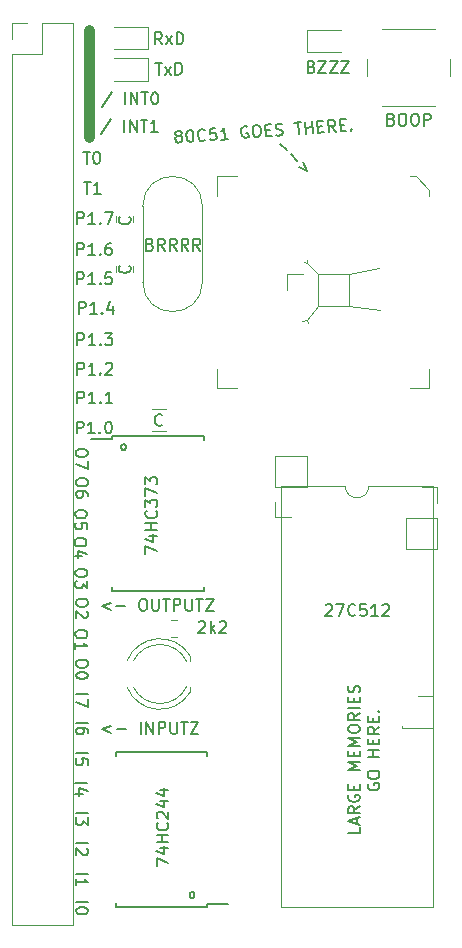
<source format=gbr>
%TF.GenerationSoftware,KiCad,Pcbnew,5.1.9+dfsg1-1+deb11u1*%
%TF.CreationDate,2024-10-31T16:52:42-07:00*%
%TF.ProjectId,8051,38303531-2e6b-4696-9361-645f70636258,rev?*%
%TF.SameCoordinates,Original*%
%TF.FileFunction,Legend,Top*%
%TF.FilePolarity,Positive*%
%FSLAX46Y46*%
G04 Gerber Fmt 4.6, Leading zero omitted, Abs format (unit mm)*
G04 Created by KiCad (PCBNEW 5.1.9+dfsg1-1+deb11u1) date 2024-10-31 16:52:42*
%MOMM*%
%LPD*%
G01*
G04 APERTURE LIST*
%ADD10C,0.120000*%
%ADD11C,0.190500*%
%ADD12C,0.150000*%
%ADD13C,0.889000*%
%ADD14C,0.100000*%
G04 APERTURE END LIST*
D10*
X118200000Y-85900000D02*
X120800000Y-86300000D01*
X118170000Y-83252000D02*
X120700000Y-82700000D01*
X114600000Y-87100000D02*
X114200000Y-87200000D01*
X114600000Y-87100000D02*
X114700000Y-87400000D01*
X115570000Y-85912000D02*
X114600000Y-87100000D01*
X114600000Y-82300000D02*
X114400000Y-82200000D01*
X114600000Y-82300000D02*
X114600000Y-82000000D01*
X115570000Y-83252000D02*
X114600000Y-82300000D01*
D11*
X104845571Y-136044714D02*
X104773000Y-136008428D01*
X104736714Y-135972142D01*
X104700428Y-135899571D01*
X104700428Y-135681857D01*
X104736714Y-135609285D01*
X104773000Y-135573000D01*
X104845571Y-135536714D01*
X104954428Y-135536714D01*
X105027000Y-135573000D01*
X105063285Y-135609285D01*
X105099571Y-135681857D01*
X105099571Y-135899571D01*
X105063285Y-135972142D01*
X105027000Y-136008428D01*
X104954428Y-136044714D01*
X104845571Y-136044714D01*
X99045571Y-98144714D02*
X98973000Y-98108428D01*
X98936714Y-98072142D01*
X98900428Y-97999571D01*
X98900428Y-97781857D01*
X98936714Y-97709285D01*
X98973000Y-97673000D01*
X99045571Y-97636714D01*
X99154428Y-97636714D01*
X99227000Y-97673000D01*
X99263285Y-97709285D01*
X99299571Y-97781857D01*
X99299571Y-97999571D01*
X99263285Y-98072142D01*
X99227000Y-98108428D01*
X99154428Y-98144714D01*
X99045571Y-98144714D01*
D12*
X98001628Y-111063114D02*
X97239723Y-111348828D01*
X98001628Y-111634542D01*
X98477819Y-111348828D02*
X99239723Y-111348828D01*
X100668295Y-110729780D02*
X100858771Y-110729780D01*
X100954009Y-110777400D01*
X101049247Y-110872638D01*
X101096866Y-111063114D01*
X101096866Y-111396447D01*
X101049247Y-111586923D01*
X100954009Y-111682161D01*
X100858771Y-111729780D01*
X100668295Y-111729780D01*
X100573057Y-111682161D01*
X100477819Y-111586923D01*
X100430200Y-111396447D01*
X100430200Y-111063114D01*
X100477819Y-110872638D01*
X100573057Y-110777400D01*
X100668295Y-110729780D01*
X101525438Y-110729780D02*
X101525438Y-111539304D01*
X101573057Y-111634542D01*
X101620676Y-111682161D01*
X101715914Y-111729780D01*
X101906390Y-111729780D01*
X102001628Y-111682161D01*
X102049247Y-111634542D01*
X102096866Y-111539304D01*
X102096866Y-110729780D01*
X102430200Y-110729780D02*
X103001628Y-110729780D01*
X102715914Y-111729780D02*
X102715914Y-110729780D01*
X103334961Y-111729780D02*
X103334961Y-110729780D01*
X103715914Y-110729780D01*
X103811152Y-110777400D01*
X103858771Y-110825019D01*
X103906390Y-110920257D01*
X103906390Y-111063114D01*
X103858771Y-111158352D01*
X103811152Y-111205971D01*
X103715914Y-111253590D01*
X103334961Y-111253590D01*
X104334961Y-110729780D02*
X104334961Y-111539304D01*
X104382580Y-111634542D01*
X104430200Y-111682161D01*
X104525438Y-111729780D01*
X104715914Y-111729780D01*
X104811152Y-111682161D01*
X104858771Y-111634542D01*
X104906390Y-111539304D01*
X104906390Y-110729780D01*
X105239723Y-110729780D02*
X105811152Y-110729780D01*
X105525438Y-111729780D02*
X105525438Y-110729780D01*
X106049247Y-110729780D02*
X106715914Y-110729780D01*
X106049247Y-111729780D01*
X106715914Y-111729780D01*
X98058695Y-121477114D02*
X97296790Y-121762828D01*
X98058695Y-122048542D01*
X98534885Y-121762828D02*
X99296790Y-121762828D01*
X100534885Y-122143780D02*
X100534885Y-121143780D01*
X101011076Y-122143780D02*
X101011076Y-121143780D01*
X101582504Y-122143780D01*
X101582504Y-121143780D01*
X102058695Y-122143780D02*
X102058695Y-121143780D01*
X102439647Y-121143780D01*
X102534885Y-121191400D01*
X102582504Y-121239019D01*
X102630123Y-121334257D01*
X102630123Y-121477114D01*
X102582504Y-121572352D01*
X102534885Y-121619971D01*
X102439647Y-121667590D01*
X102058695Y-121667590D01*
X103058695Y-121143780D02*
X103058695Y-121953304D01*
X103106314Y-122048542D01*
X103153933Y-122096161D01*
X103249171Y-122143780D01*
X103439647Y-122143780D01*
X103534885Y-122096161D01*
X103582504Y-122048542D01*
X103630123Y-121953304D01*
X103630123Y-121143780D01*
X103963457Y-121143780D02*
X104534885Y-121143780D01*
X104249171Y-122143780D02*
X104249171Y-121143780D01*
X104772980Y-121143780D02*
X105439647Y-121143780D01*
X104772980Y-122143780D01*
X105439647Y-122143780D01*
X119108980Y-130071095D02*
X119108980Y-130547285D01*
X118108980Y-130547285D01*
X118823266Y-129785380D02*
X118823266Y-129309190D01*
X119108980Y-129880619D02*
X118108980Y-129547285D01*
X119108980Y-129213952D01*
X119108980Y-128309190D02*
X118632790Y-128642523D01*
X119108980Y-128880619D02*
X118108980Y-128880619D01*
X118108980Y-128499666D01*
X118156600Y-128404428D01*
X118204219Y-128356809D01*
X118299457Y-128309190D01*
X118442314Y-128309190D01*
X118537552Y-128356809D01*
X118585171Y-128404428D01*
X118632790Y-128499666D01*
X118632790Y-128880619D01*
X118156600Y-127356809D02*
X118108980Y-127452047D01*
X118108980Y-127594904D01*
X118156600Y-127737761D01*
X118251838Y-127833000D01*
X118347076Y-127880619D01*
X118537552Y-127928238D01*
X118680409Y-127928238D01*
X118870885Y-127880619D01*
X118966123Y-127833000D01*
X119061361Y-127737761D01*
X119108980Y-127594904D01*
X119108980Y-127499666D01*
X119061361Y-127356809D01*
X119013742Y-127309190D01*
X118680409Y-127309190D01*
X118680409Y-127499666D01*
X118585171Y-126880619D02*
X118585171Y-126547285D01*
X119108980Y-126404428D02*
X119108980Y-126880619D01*
X118108980Y-126880619D01*
X118108980Y-126404428D01*
X119108980Y-125213952D02*
X118108980Y-125213952D01*
X118823266Y-124880619D01*
X118108980Y-124547285D01*
X119108980Y-124547285D01*
X118585171Y-124071095D02*
X118585171Y-123737761D01*
X119108980Y-123594904D02*
X119108980Y-124071095D01*
X118108980Y-124071095D01*
X118108980Y-123594904D01*
X119108980Y-123166333D02*
X118108980Y-123166333D01*
X118823266Y-122833000D01*
X118108980Y-122499666D01*
X119108980Y-122499666D01*
X118108980Y-121833000D02*
X118108980Y-121642523D01*
X118156600Y-121547285D01*
X118251838Y-121452047D01*
X118442314Y-121404428D01*
X118775647Y-121404428D01*
X118966123Y-121452047D01*
X119061361Y-121547285D01*
X119108980Y-121642523D01*
X119108980Y-121833000D01*
X119061361Y-121928238D01*
X118966123Y-122023476D01*
X118775647Y-122071095D01*
X118442314Y-122071095D01*
X118251838Y-122023476D01*
X118156600Y-121928238D01*
X118108980Y-121833000D01*
X119108980Y-120404428D02*
X118632790Y-120737761D01*
X119108980Y-120975857D02*
X118108980Y-120975857D01*
X118108980Y-120594904D01*
X118156600Y-120499666D01*
X118204219Y-120452047D01*
X118299457Y-120404428D01*
X118442314Y-120404428D01*
X118537552Y-120452047D01*
X118585171Y-120499666D01*
X118632790Y-120594904D01*
X118632790Y-120975857D01*
X119108980Y-119975857D02*
X118108980Y-119975857D01*
X118585171Y-119499666D02*
X118585171Y-119166333D01*
X119108980Y-119023476D02*
X119108980Y-119499666D01*
X118108980Y-119499666D01*
X118108980Y-119023476D01*
X119061361Y-118642523D02*
X119108980Y-118499666D01*
X119108980Y-118261571D01*
X119061361Y-118166333D01*
X119013742Y-118118714D01*
X118918504Y-118071095D01*
X118823266Y-118071095D01*
X118728028Y-118118714D01*
X118680409Y-118166333D01*
X118632790Y-118261571D01*
X118585171Y-118452047D01*
X118537552Y-118547285D01*
X118489933Y-118594904D01*
X118394695Y-118642523D01*
X118299457Y-118642523D01*
X118204219Y-118594904D01*
X118156600Y-118547285D01*
X118108980Y-118452047D01*
X118108980Y-118213952D01*
X118156600Y-118071095D01*
X119806600Y-126380619D02*
X119758980Y-126475857D01*
X119758980Y-126618714D01*
X119806600Y-126761571D01*
X119901838Y-126856809D01*
X119997076Y-126904428D01*
X120187552Y-126952047D01*
X120330409Y-126952047D01*
X120520885Y-126904428D01*
X120616123Y-126856809D01*
X120711361Y-126761571D01*
X120758980Y-126618714D01*
X120758980Y-126523476D01*
X120711361Y-126380619D01*
X120663742Y-126333000D01*
X120330409Y-126333000D01*
X120330409Y-126523476D01*
X119758980Y-125713952D02*
X119758980Y-125523476D01*
X119806600Y-125428238D01*
X119901838Y-125333000D01*
X120092314Y-125285380D01*
X120425647Y-125285380D01*
X120616123Y-125333000D01*
X120711361Y-125428238D01*
X120758980Y-125523476D01*
X120758980Y-125713952D01*
X120711361Y-125809190D01*
X120616123Y-125904428D01*
X120425647Y-125952047D01*
X120092314Y-125952047D01*
X119901838Y-125904428D01*
X119806600Y-125809190D01*
X119758980Y-125713952D01*
X120758980Y-124094904D02*
X119758980Y-124094904D01*
X120235171Y-124094904D02*
X120235171Y-123523476D01*
X120758980Y-123523476D02*
X119758980Y-123523476D01*
X120235171Y-123047285D02*
X120235171Y-122713952D01*
X120758980Y-122571095D02*
X120758980Y-123047285D01*
X119758980Y-123047285D01*
X119758980Y-122571095D01*
X120758980Y-121571095D02*
X120282790Y-121904428D01*
X120758980Y-122142523D02*
X119758980Y-122142523D01*
X119758980Y-121761571D01*
X119806600Y-121666333D01*
X119854219Y-121618714D01*
X119949457Y-121571095D01*
X120092314Y-121571095D01*
X120187552Y-121618714D01*
X120235171Y-121666333D01*
X120282790Y-121761571D01*
X120282790Y-122142523D01*
X120235171Y-121142523D02*
X120235171Y-120809190D01*
X120758980Y-120666333D02*
X120758980Y-121142523D01*
X119758980Y-121142523D01*
X119758980Y-120666333D01*
X120663742Y-120237761D02*
X120711361Y-120190142D01*
X120758980Y-120237761D01*
X120711361Y-120285380D01*
X120663742Y-120237761D01*
X120758980Y-120237761D01*
X112367468Y-72210652D02*
X112906216Y-72749400D01*
X113242933Y-73086118D02*
X113781681Y-73624866D01*
X113916368Y-74163614D02*
X114657147Y-74500331D01*
X114320429Y-73759553D01*
X95077019Y-136429809D02*
X96077019Y-136429809D01*
X96077019Y-137096476D02*
X96077019Y-137191714D01*
X96029400Y-137286952D01*
X95981780Y-137334571D01*
X95886542Y-137382190D01*
X95696066Y-137429809D01*
X95457971Y-137429809D01*
X95267495Y-137382190D01*
X95172257Y-137334571D01*
X95124638Y-137286952D01*
X95077019Y-137191714D01*
X95077019Y-137096476D01*
X95124638Y-137001238D01*
X95172257Y-136953619D01*
X95267495Y-136906000D01*
X95457971Y-136858380D01*
X95696066Y-136858380D01*
X95886542Y-136906000D01*
X95981780Y-136953619D01*
X96029400Y-137001238D01*
X96077019Y-137096476D01*
X95102419Y-133991409D02*
X96102419Y-133991409D01*
X95102419Y-134991409D02*
X95102419Y-134419980D01*
X95102419Y-134705695D02*
X96102419Y-134705695D01*
X95959561Y-134610457D01*
X95864323Y-134515219D01*
X95816704Y-134419980D01*
X95077019Y-131426009D02*
X96077019Y-131426009D01*
X95981780Y-131854580D02*
X96029400Y-131902200D01*
X96077019Y-131997438D01*
X96077019Y-132235533D01*
X96029400Y-132330771D01*
X95981780Y-132378390D01*
X95886542Y-132426009D01*
X95791304Y-132426009D01*
X95648447Y-132378390D01*
X95077019Y-131806961D01*
X95077019Y-132426009D01*
X95051619Y-128860609D02*
X96051619Y-128860609D01*
X96051619Y-129241561D02*
X96051619Y-129860609D01*
X95670666Y-129527276D01*
X95670666Y-129670133D01*
X95623047Y-129765371D01*
X95575428Y-129812990D01*
X95480190Y-129860609D01*
X95242095Y-129860609D01*
X95146857Y-129812990D01*
X95099238Y-129765371D01*
X95051619Y-129670133D01*
X95051619Y-129384419D01*
X95099238Y-129289180D01*
X95146857Y-129241561D01*
X95026219Y-126346009D02*
X96026219Y-126346009D01*
X95692885Y-127250771D02*
X95026219Y-127250771D01*
X96073838Y-127012676D02*
X95359552Y-126774580D01*
X95359552Y-127393628D01*
X95051619Y-123806009D02*
X96051619Y-123806009D01*
X96051619Y-124758390D02*
X96051619Y-124282200D01*
X95575428Y-124234580D01*
X95623047Y-124282200D01*
X95670666Y-124377438D01*
X95670666Y-124615533D01*
X95623047Y-124710771D01*
X95575428Y-124758390D01*
X95480190Y-124806009D01*
X95242095Y-124806009D01*
X95146857Y-124758390D01*
X95099238Y-124710771D01*
X95051619Y-124615533D01*
X95051619Y-124377438D01*
X95099238Y-124282200D01*
X95146857Y-124234580D01*
X95102419Y-121215209D02*
X96102419Y-121215209D01*
X96102419Y-122119971D02*
X96102419Y-121929495D01*
X96054800Y-121834257D01*
X96007180Y-121786638D01*
X95864323Y-121691400D01*
X95673847Y-121643780D01*
X95292895Y-121643780D01*
X95197657Y-121691400D01*
X95150038Y-121739019D01*
X95102419Y-121834257D01*
X95102419Y-122024733D01*
X95150038Y-122119971D01*
X95197657Y-122167590D01*
X95292895Y-122215209D01*
X95530990Y-122215209D01*
X95626228Y-122167590D01*
X95673847Y-122119971D01*
X95721466Y-122024733D01*
X95721466Y-121834257D01*
X95673847Y-121739019D01*
X95626228Y-121691400D01*
X95530990Y-121643780D01*
X95051619Y-118827609D02*
X96051619Y-118827609D01*
X96051619Y-119208561D02*
X96051619Y-119875228D01*
X95051619Y-119446657D01*
X96077019Y-116116171D02*
X96077019Y-116306647D01*
X96029400Y-116401885D01*
X95934161Y-116497123D01*
X95743685Y-116544742D01*
X95410352Y-116544742D01*
X95219876Y-116497123D01*
X95124638Y-116401885D01*
X95077019Y-116306647D01*
X95077019Y-116116171D01*
X95124638Y-116020933D01*
X95219876Y-115925695D01*
X95410352Y-115878076D01*
X95743685Y-115878076D01*
X95934161Y-115925695D01*
X96029400Y-116020933D01*
X96077019Y-116116171D01*
X96077019Y-117163790D02*
X96077019Y-117259028D01*
X96029400Y-117354266D01*
X95981780Y-117401885D01*
X95886542Y-117449504D01*
X95696066Y-117497123D01*
X95457971Y-117497123D01*
X95267495Y-117449504D01*
X95172257Y-117401885D01*
X95124638Y-117354266D01*
X95077019Y-117259028D01*
X95077019Y-117163790D01*
X95124638Y-117068552D01*
X95172257Y-117020933D01*
X95267495Y-116973314D01*
X95457971Y-116925695D01*
X95696066Y-116925695D01*
X95886542Y-116973314D01*
X95981780Y-117020933D01*
X96029400Y-117068552D01*
X96077019Y-117163790D01*
X96026219Y-113626971D02*
X96026219Y-113817447D01*
X95978600Y-113912685D01*
X95883361Y-114007923D01*
X95692885Y-114055542D01*
X95359552Y-114055542D01*
X95169076Y-114007923D01*
X95073838Y-113912685D01*
X95026219Y-113817447D01*
X95026219Y-113626971D01*
X95073838Y-113531733D01*
X95169076Y-113436495D01*
X95359552Y-113388876D01*
X95692885Y-113388876D01*
X95883361Y-113436495D01*
X95978600Y-113531733D01*
X96026219Y-113626971D01*
X95026219Y-115007923D02*
X95026219Y-114436495D01*
X95026219Y-114722209D02*
X96026219Y-114722209D01*
X95883361Y-114626971D01*
X95788123Y-114531733D01*
X95740504Y-114436495D01*
X96077019Y-110959971D02*
X96077019Y-111150447D01*
X96029400Y-111245685D01*
X95934161Y-111340923D01*
X95743685Y-111388542D01*
X95410352Y-111388542D01*
X95219876Y-111340923D01*
X95124638Y-111245685D01*
X95077019Y-111150447D01*
X95077019Y-110959971D01*
X95124638Y-110864733D01*
X95219876Y-110769495D01*
X95410352Y-110721876D01*
X95743685Y-110721876D01*
X95934161Y-110769495D01*
X96029400Y-110864733D01*
X96077019Y-110959971D01*
X95981780Y-111769495D02*
X96029400Y-111817114D01*
X96077019Y-111912352D01*
X96077019Y-112150447D01*
X96029400Y-112245685D01*
X95981780Y-112293304D01*
X95886542Y-112340923D01*
X95791304Y-112340923D01*
X95648447Y-112293304D01*
X95077019Y-111721876D01*
X95077019Y-112340923D01*
X96026219Y-108445371D02*
X96026219Y-108635847D01*
X95978600Y-108731085D01*
X95883361Y-108826323D01*
X95692885Y-108873942D01*
X95359552Y-108873942D01*
X95169076Y-108826323D01*
X95073838Y-108731085D01*
X95026219Y-108635847D01*
X95026219Y-108445371D01*
X95073838Y-108350133D01*
X95169076Y-108254895D01*
X95359552Y-108207276D01*
X95692885Y-108207276D01*
X95883361Y-108254895D01*
X95978600Y-108350133D01*
X96026219Y-108445371D01*
X96026219Y-109207276D02*
X96026219Y-109826323D01*
X95645266Y-109492990D01*
X95645266Y-109635847D01*
X95597647Y-109731085D01*
X95550028Y-109778704D01*
X95454790Y-109826323D01*
X95216695Y-109826323D01*
X95121457Y-109778704D01*
X95073838Y-109731085D01*
X95026219Y-109635847D01*
X95026219Y-109350133D01*
X95073838Y-109254895D01*
X95121457Y-109207276D01*
X95950019Y-105854571D02*
X95950019Y-106045047D01*
X95902400Y-106140285D01*
X95807161Y-106235523D01*
X95616685Y-106283142D01*
X95283352Y-106283142D01*
X95092876Y-106235523D01*
X94997638Y-106140285D01*
X94950019Y-106045047D01*
X94950019Y-105854571D01*
X94997638Y-105759333D01*
X95092876Y-105664095D01*
X95283352Y-105616476D01*
X95616685Y-105616476D01*
X95807161Y-105664095D01*
X95902400Y-105759333D01*
X95950019Y-105854571D01*
X95616685Y-107140285D02*
X94950019Y-107140285D01*
X95997638Y-106902190D02*
X95283352Y-106664095D01*
X95283352Y-107283142D01*
X96000819Y-103466971D02*
X96000819Y-103657447D01*
X95953200Y-103752685D01*
X95857961Y-103847923D01*
X95667485Y-103895542D01*
X95334152Y-103895542D01*
X95143676Y-103847923D01*
X95048438Y-103752685D01*
X95000819Y-103657447D01*
X95000819Y-103466971D01*
X95048438Y-103371733D01*
X95143676Y-103276495D01*
X95334152Y-103228876D01*
X95667485Y-103228876D01*
X95857961Y-103276495D01*
X95953200Y-103371733D01*
X96000819Y-103466971D01*
X96000819Y-104800304D02*
X96000819Y-104324114D01*
X95524628Y-104276495D01*
X95572247Y-104324114D01*
X95619866Y-104419352D01*
X95619866Y-104657447D01*
X95572247Y-104752685D01*
X95524628Y-104800304D01*
X95429390Y-104847923D01*
X95191295Y-104847923D01*
X95096057Y-104800304D01*
X95048438Y-104752685D01*
X95000819Y-104657447D01*
X95000819Y-104419352D01*
X95048438Y-104324114D01*
X95096057Y-104276495D01*
X96077019Y-100774571D02*
X96077019Y-100965047D01*
X96029400Y-101060285D01*
X95934161Y-101155523D01*
X95743685Y-101203142D01*
X95410352Y-101203142D01*
X95219876Y-101155523D01*
X95124638Y-101060285D01*
X95077019Y-100965047D01*
X95077019Y-100774571D01*
X95124638Y-100679333D01*
X95219876Y-100584095D01*
X95410352Y-100536476D01*
X95743685Y-100536476D01*
X95934161Y-100584095D01*
X96029400Y-100679333D01*
X96077019Y-100774571D01*
X96077019Y-102060285D02*
X96077019Y-101869809D01*
X96029400Y-101774571D01*
X95981780Y-101726952D01*
X95838923Y-101631714D01*
X95648447Y-101584095D01*
X95267495Y-101584095D01*
X95172257Y-101631714D01*
X95124638Y-101679333D01*
X95077019Y-101774571D01*
X95077019Y-101965047D01*
X95124638Y-102060285D01*
X95172257Y-102107904D01*
X95267495Y-102155523D01*
X95505590Y-102155523D01*
X95600828Y-102107904D01*
X95648447Y-102060285D01*
X95696066Y-101965047D01*
X95696066Y-101774571D01*
X95648447Y-101679333D01*
X95600828Y-101631714D01*
X95505590Y-101584095D01*
X96051619Y-98285371D02*
X96051619Y-98475847D01*
X96004000Y-98571085D01*
X95908761Y-98666323D01*
X95718285Y-98713942D01*
X95384952Y-98713942D01*
X95194476Y-98666323D01*
X95099238Y-98571085D01*
X95051619Y-98475847D01*
X95051619Y-98285371D01*
X95099238Y-98190133D01*
X95194476Y-98094895D01*
X95384952Y-98047276D01*
X95718285Y-98047276D01*
X95908761Y-98094895D01*
X96004000Y-98190133D01*
X96051619Y-98285371D01*
X96051619Y-99047276D02*
X96051619Y-99713942D01*
X95051619Y-99285371D01*
X95143819Y-96718380D02*
X95143819Y-95718380D01*
X95524771Y-95718380D01*
X95620009Y-95766000D01*
X95667628Y-95813619D01*
X95715247Y-95908857D01*
X95715247Y-96051714D01*
X95667628Y-96146952D01*
X95620009Y-96194571D01*
X95524771Y-96242190D01*
X95143819Y-96242190D01*
X96667628Y-96718380D02*
X96096200Y-96718380D01*
X96381914Y-96718380D02*
X96381914Y-95718380D01*
X96286676Y-95861238D01*
X96191438Y-95956476D01*
X96096200Y-96004095D01*
X97096200Y-96623142D02*
X97143819Y-96670761D01*
X97096200Y-96718380D01*
X97048580Y-96670761D01*
X97096200Y-96623142D01*
X97096200Y-96718380D01*
X97762866Y-95718380D02*
X97858104Y-95718380D01*
X97953342Y-95766000D01*
X98000961Y-95813619D01*
X98048580Y-95908857D01*
X98096200Y-96099333D01*
X98096200Y-96337428D01*
X98048580Y-96527904D01*
X98000961Y-96623142D01*
X97953342Y-96670761D01*
X97858104Y-96718380D01*
X97762866Y-96718380D01*
X97667628Y-96670761D01*
X97620009Y-96623142D01*
X97572390Y-96527904D01*
X97524771Y-96337428D01*
X97524771Y-96099333D01*
X97572390Y-95908857D01*
X97620009Y-95813619D01*
X97667628Y-95766000D01*
X97762866Y-95718380D01*
X95194619Y-94178380D02*
X95194619Y-93178380D01*
X95575571Y-93178380D01*
X95670809Y-93226000D01*
X95718428Y-93273619D01*
X95766047Y-93368857D01*
X95766047Y-93511714D01*
X95718428Y-93606952D01*
X95670809Y-93654571D01*
X95575571Y-93702190D01*
X95194619Y-93702190D01*
X96718428Y-94178380D02*
X96147000Y-94178380D01*
X96432714Y-94178380D02*
X96432714Y-93178380D01*
X96337476Y-93321238D01*
X96242238Y-93416476D01*
X96147000Y-93464095D01*
X97147000Y-94083142D02*
X97194619Y-94130761D01*
X97147000Y-94178380D01*
X97099380Y-94130761D01*
X97147000Y-94083142D01*
X97147000Y-94178380D01*
X98147000Y-94178380D02*
X97575571Y-94178380D01*
X97861285Y-94178380D02*
X97861285Y-93178380D01*
X97766047Y-93321238D01*
X97670809Y-93416476D01*
X97575571Y-93464095D01*
X95194619Y-91739980D02*
X95194619Y-90739980D01*
X95575571Y-90739980D01*
X95670809Y-90787600D01*
X95718428Y-90835219D01*
X95766047Y-90930457D01*
X95766047Y-91073314D01*
X95718428Y-91168552D01*
X95670809Y-91216171D01*
X95575571Y-91263790D01*
X95194619Y-91263790D01*
X96718428Y-91739980D02*
X96147000Y-91739980D01*
X96432714Y-91739980D02*
X96432714Y-90739980D01*
X96337476Y-90882838D01*
X96242238Y-90978076D01*
X96147000Y-91025695D01*
X97147000Y-91644742D02*
X97194619Y-91692361D01*
X97147000Y-91739980D01*
X97099380Y-91692361D01*
X97147000Y-91644742D01*
X97147000Y-91739980D01*
X97575571Y-90835219D02*
X97623190Y-90787600D01*
X97718428Y-90739980D01*
X97956523Y-90739980D01*
X98051761Y-90787600D01*
X98099380Y-90835219D01*
X98147000Y-90930457D01*
X98147000Y-91025695D01*
X98099380Y-91168552D01*
X97527952Y-91739980D01*
X98147000Y-91739980D01*
X95194619Y-89250780D02*
X95194619Y-88250780D01*
X95575571Y-88250780D01*
X95670809Y-88298400D01*
X95718428Y-88346019D01*
X95766047Y-88441257D01*
X95766047Y-88584114D01*
X95718428Y-88679352D01*
X95670809Y-88726971D01*
X95575571Y-88774590D01*
X95194619Y-88774590D01*
X96718428Y-89250780D02*
X96147000Y-89250780D01*
X96432714Y-89250780D02*
X96432714Y-88250780D01*
X96337476Y-88393638D01*
X96242238Y-88488876D01*
X96147000Y-88536495D01*
X97147000Y-89155542D02*
X97194619Y-89203161D01*
X97147000Y-89250780D01*
X97099380Y-89203161D01*
X97147000Y-89155542D01*
X97147000Y-89250780D01*
X97527952Y-88250780D02*
X98147000Y-88250780D01*
X97813666Y-88631733D01*
X97956523Y-88631733D01*
X98051761Y-88679352D01*
X98099380Y-88726971D01*
X98147000Y-88822209D01*
X98147000Y-89060304D01*
X98099380Y-89155542D01*
X98051761Y-89203161D01*
X97956523Y-89250780D01*
X97670809Y-89250780D01*
X97575571Y-89203161D01*
X97527952Y-89155542D01*
X95321619Y-86583780D02*
X95321619Y-85583780D01*
X95702571Y-85583780D01*
X95797809Y-85631400D01*
X95845428Y-85679019D01*
X95893047Y-85774257D01*
X95893047Y-85917114D01*
X95845428Y-86012352D01*
X95797809Y-86059971D01*
X95702571Y-86107590D01*
X95321619Y-86107590D01*
X96845428Y-86583780D02*
X96274000Y-86583780D01*
X96559714Y-86583780D02*
X96559714Y-85583780D01*
X96464476Y-85726638D01*
X96369238Y-85821876D01*
X96274000Y-85869495D01*
X97274000Y-86488542D02*
X97321619Y-86536161D01*
X97274000Y-86583780D01*
X97226380Y-86536161D01*
X97274000Y-86488542D01*
X97274000Y-86583780D01*
X98178761Y-85917114D02*
X98178761Y-86583780D01*
X97940666Y-85536161D02*
X97702571Y-86250447D01*
X98321619Y-86250447D01*
X95169219Y-84094580D02*
X95169219Y-83094580D01*
X95550171Y-83094580D01*
X95645409Y-83142200D01*
X95693028Y-83189819D01*
X95740647Y-83285057D01*
X95740647Y-83427914D01*
X95693028Y-83523152D01*
X95645409Y-83570771D01*
X95550171Y-83618390D01*
X95169219Y-83618390D01*
X96693028Y-84094580D02*
X96121600Y-84094580D01*
X96407314Y-84094580D02*
X96407314Y-83094580D01*
X96312076Y-83237438D01*
X96216838Y-83332676D01*
X96121600Y-83380295D01*
X97121600Y-83999342D02*
X97169219Y-84046961D01*
X97121600Y-84094580D01*
X97073980Y-84046961D01*
X97121600Y-83999342D01*
X97121600Y-84094580D01*
X98073980Y-83094580D02*
X97597790Y-83094580D01*
X97550171Y-83570771D01*
X97597790Y-83523152D01*
X97693028Y-83475533D01*
X97931123Y-83475533D01*
X98026361Y-83523152D01*
X98073980Y-83570771D01*
X98121600Y-83666009D01*
X98121600Y-83904104D01*
X98073980Y-83999342D01*
X98026361Y-84046961D01*
X97931123Y-84094580D01*
X97693028Y-84094580D01*
X97597790Y-84046961D01*
X97550171Y-83999342D01*
X95169219Y-81605380D02*
X95169219Y-80605380D01*
X95550171Y-80605380D01*
X95645409Y-80653000D01*
X95693028Y-80700619D01*
X95740647Y-80795857D01*
X95740647Y-80938714D01*
X95693028Y-81033952D01*
X95645409Y-81081571D01*
X95550171Y-81129190D01*
X95169219Y-81129190D01*
X96693028Y-81605380D02*
X96121600Y-81605380D01*
X96407314Y-81605380D02*
X96407314Y-80605380D01*
X96312076Y-80748238D01*
X96216838Y-80843476D01*
X96121600Y-80891095D01*
X97121600Y-81510142D02*
X97169219Y-81557761D01*
X97121600Y-81605380D01*
X97073980Y-81557761D01*
X97121600Y-81510142D01*
X97121600Y-81605380D01*
X98026361Y-80605380D02*
X97835885Y-80605380D01*
X97740647Y-80653000D01*
X97693028Y-80700619D01*
X97597790Y-80843476D01*
X97550171Y-81033952D01*
X97550171Y-81414904D01*
X97597790Y-81510142D01*
X97645409Y-81557761D01*
X97740647Y-81605380D01*
X97931123Y-81605380D01*
X98026361Y-81557761D01*
X98073980Y-81510142D01*
X98121600Y-81414904D01*
X98121600Y-81176809D01*
X98073980Y-81081571D01*
X98026361Y-81033952D01*
X97931123Y-80986333D01*
X97740647Y-80986333D01*
X97645409Y-81033952D01*
X97597790Y-81081571D01*
X97550171Y-81176809D01*
X95169219Y-78989180D02*
X95169219Y-77989180D01*
X95550171Y-77989180D01*
X95645409Y-78036800D01*
X95693028Y-78084419D01*
X95740647Y-78179657D01*
X95740647Y-78322514D01*
X95693028Y-78417752D01*
X95645409Y-78465371D01*
X95550171Y-78512990D01*
X95169219Y-78512990D01*
X96693028Y-78989180D02*
X96121600Y-78989180D01*
X96407314Y-78989180D02*
X96407314Y-77989180D01*
X96312076Y-78132038D01*
X96216838Y-78227276D01*
X96121600Y-78274895D01*
X97121600Y-78893942D02*
X97169219Y-78941561D01*
X97121600Y-78989180D01*
X97073980Y-78941561D01*
X97121600Y-78893942D01*
X97121600Y-78989180D01*
X97502552Y-77989180D02*
X98169219Y-77989180D01*
X97740647Y-78989180D01*
X95732695Y-75423780D02*
X96304123Y-75423780D01*
X96018409Y-76423780D02*
X96018409Y-75423780D01*
X97161266Y-76423780D02*
X96589838Y-76423780D01*
X96875552Y-76423780D02*
X96875552Y-75423780D01*
X96780314Y-75566638D01*
X96685076Y-75661876D01*
X96589838Y-75709495D01*
X95681895Y-72883780D02*
X96253323Y-72883780D01*
X95967609Y-73883780D02*
X95967609Y-72883780D01*
X96777133Y-72883780D02*
X96872371Y-72883780D01*
X96967609Y-72931400D01*
X97015228Y-72979019D01*
X97062847Y-73074257D01*
X97110466Y-73264733D01*
X97110466Y-73502828D01*
X97062847Y-73693304D01*
X97015228Y-73788542D01*
X96967609Y-73836161D01*
X96872371Y-73883780D01*
X96777133Y-73883780D01*
X96681895Y-73836161D01*
X96634276Y-73788542D01*
X96586657Y-73693304D01*
X96539038Y-73502828D01*
X96539038Y-73264733D01*
X96586657Y-73074257D01*
X96634276Y-72979019D01*
X96681895Y-72931400D01*
X96777133Y-72883780D01*
X98072771Y-70118361D02*
X97215628Y-71404076D01*
X99168009Y-71165980D02*
X99168009Y-70165980D01*
X99644200Y-71165980D02*
X99644200Y-70165980D01*
X100215628Y-71165980D01*
X100215628Y-70165980D01*
X100548961Y-70165980D02*
X101120390Y-70165980D01*
X100834676Y-71165980D02*
X100834676Y-70165980D01*
X101977533Y-71165980D02*
X101406104Y-71165980D01*
X101691819Y-71165980D02*
X101691819Y-70165980D01*
X101596580Y-70308838D01*
X101501342Y-70404076D01*
X101406104Y-70451695D01*
X98123571Y-67806961D02*
X97266428Y-69092676D01*
X99218809Y-68854580D02*
X99218809Y-67854580D01*
X99695000Y-68854580D02*
X99695000Y-67854580D01*
X100266428Y-68854580D01*
X100266428Y-67854580D01*
X100599761Y-67854580D02*
X101171190Y-67854580D01*
X100885476Y-68854580D02*
X100885476Y-67854580D01*
X101695000Y-67854580D02*
X101790238Y-67854580D01*
X101885476Y-67902200D01*
X101933095Y-67949819D01*
X101980714Y-68045057D01*
X102028333Y-68235533D01*
X102028333Y-68473628D01*
X101980714Y-68664104D01*
X101933095Y-68759342D01*
X101885476Y-68806961D01*
X101790238Y-68854580D01*
X101695000Y-68854580D01*
X101599761Y-68806961D01*
X101552142Y-68759342D01*
X101504523Y-68664104D01*
X101456904Y-68473628D01*
X101456904Y-68235533D01*
X101504523Y-68045057D01*
X101552142Y-67949819D01*
X101599761Y-67902200D01*
X101695000Y-67854580D01*
D13*
X96189800Y-62534800D02*
X96189800Y-71628000D01*
D12*
X103670929Y-71534868D02*
X103572601Y-71494008D01*
X103521776Y-71449827D01*
X103467629Y-71358142D01*
X103464308Y-71310639D01*
X103505167Y-71212311D01*
X103549349Y-71161487D01*
X103641033Y-71107340D01*
X103831045Y-71094053D01*
X103929373Y-71134913D01*
X103980198Y-71179094D01*
X104034344Y-71270778D01*
X104037666Y-71318282D01*
X103996806Y-71416609D01*
X103952625Y-71467434D01*
X103860941Y-71521581D01*
X103670929Y-71534868D01*
X103579244Y-71589014D01*
X103535063Y-71639839D01*
X103494203Y-71738167D01*
X103507490Y-71928179D01*
X103561637Y-72019863D01*
X103612462Y-72064045D01*
X103710789Y-72104904D01*
X103900802Y-72091617D01*
X103992486Y-72037471D01*
X104036667Y-71986646D01*
X104077527Y-71888318D01*
X104064240Y-71698306D01*
X104010093Y-71606622D01*
X103959269Y-71562440D01*
X103860941Y-71521581D01*
X104638597Y-71037584D02*
X104733603Y-71030940D01*
X104831931Y-71071800D01*
X104882756Y-71115981D01*
X104936902Y-71207665D01*
X104997692Y-71394356D01*
X105014301Y-71631871D01*
X104980085Y-71825205D01*
X104939225Y-71923533D01*
X104895044Y-71974358D01*
X104803359Y-72028504D01*
X104708353Y-72035148D01*
X104610026Y-71994288D01*
X104559201Y-71950107D01*
X104505054Y-71858422D01*
X104444264Y-71671732D01*
X104427656Y-71434217D01*
X104461872Y-71240883D01*
X104502731Y-71142555D01*
X104546913Y-71091730D01*
X104638597Y-71037584D01*
X106031795Y-71847133D02*
X105987614Y-71897958D01*
X105848427Y-71955426D01*
X105753420Y-71962070D01*
X105607590Y-71924532D01*
X105505940Y-71836169D01*
X105451794Y-71744485D01*
X105391004Y-71557794D01*
X105381038Y-71415285D01*
X105415254Y-71221951D01*
X105456114Y-71123623D01*
X105544477Y-71021974D01*
X105683664Y-70964505D01*
X105778670Y-70957862D01*
X105924501Y-70995400D01*
X105975326Y-71039581D01*
X106871240Y-70881462D02*
X106396210Y-70914679D01*
X106381924Y-71393032D01*
X106426105Y-71342207D01*
X106517790Y-71288060D01*
X106755305Y-71271452D01*
X106853633Y-71312311D01*
X106904458Y-71356493D01*
X106958604Y-71448177D01*
X106975213Y-71685692D01*
X106934353Y-71784020D01*
X106890172Y-71834845D01*
X106798488Y-71888991D01*
X106560972Y-71905600D01*
X106462645Y-71864740D01*
X106411820Y-71820559D01*
X107938561Y-71809270D02*
X107368524Y-71849130D01*
X107653542Y-71829200D02*
X107583786Y-70831636D01*
X107498745Y-70980789D01*
X107410383Y-71082438D01*
X107318698Y-71136585D01*
X109582236Y-70739626D02*
X109483908Y-70698767D01*
X109341399Y-70708732D01*
X109202211Y-70766200D01*
X109113849Y-70867850D01*
X109072989Y-70966177D01*
X109038773Y-71159511D01*
X109048738Y-71302020D01*
X109109528Y-71488711D01*
X109163675Y-71580395D01*
X109265324Y-71668758D01*
X109411155Y-71706296D01*
X109506161Y-71699652D01*
X109645349Y-71642184D01*
X109689530Y-71591359D01*
X109666278Y-71258838D01*
X109476266Y-71272125D01*
X110243957Y-70645619D02*
X110433969Y-70632332D01*
X110532297Y-70673191D01*
X110633946Y-70761554D01*
X110694736Y-70948244D01*
X110717989Y-71280766D01*
X110683772Y-71474100D01*
X110595410Y-71575749D01*
X110503725Y-71629896D01*
X110313713Y-71643183D01*
X110215385Y-71602323D01*
X110113736Y-71513961D01*
X110052946Y-71327270D01*
X110029694Y-70994749D01*
X110063910Y-70801415D01*
X110152272Y-70699765D01*
X110243957Y-70645619D01*
X111132229Y-71060858D02*
X111464750Y-71037606D01*
X111643799Y-71550174D02*
X111168768Y-71583392D01*
X111099012Y-70585827D01*
X111574042Y-70552610D01*
X112020501Y-71476097D02*
X112166332Y-71513635D01*
X112403848Y-71497026D01*
X112495532Y-71442880D01*
X112539713Y-71392055D01*
X112580573Y-71293727D01*
X112573929Y-71198721D01*
X112519783Y-71107037D01*
X112468958Y-71062855D01*
X112370630Y-71021996D01*
X112177296Y-70987780D01*
X112078968Y-70946920D01*
X112028144Y-70902739D01*
X111973997Y-70811055D01*
X111967354Y-70716048D01*
X112008213Y-70617721D01*
X112052394Y-70566896D01*
X112144079Y-70512749D01*
X112381594Y-70496141D01*
X112527425Y-70533678D01*
X113569170Y-70413097D02*
X114139207Y-70373236D01*
X113923945Y-71390731D02*
X113854189Y-70393167D01*
X114541485Y-71347548D02*
X114471728Y-70349984D01*
X114504946Y-70825015D02*
X115074982Y-70785154D01*
X115111521Y-71307687D02*
X115041765Y-70310123D01*
X115550013Y-70751936D02*
X115882534Y-70728684D01*
X116061582Y-71241253D02*
X115586552Y-71274470D01*
X115516795Y-70276906D01*
X115991826Y-70243689D01*
X117059146Y-71171496D02*
X116693408Y-70719718D01*
X116489110Y-71211357D02*
X116419353Y-70213793D01*
X116799378Y-70187219D01*
X116897706Y-70228079D01*
X116948530Y-70272260D01*
X117002677Y-70363944D01*
X117012642Y-70506453D01*
X116971783Y-70604781D01*
X116927601Y-70655606D01*
X116835917Y-70709753D01*
X116455892Y-70736327D01*
X117450135Y-70619067D02*
X117782656Y-70595815D01*
X117961704Y-71108383D02*
X117486674Y-71141601D01*
X117416917Y-70144036D01*
X117891948Y-70110819D01*
X118382588Y-70983481D02*
X118433413Y-71027663D01*
X118389232Y-71078488D01*
X118338407Y-71034306D01*
X118382588Y-70983481D01*
X118389232Y-71078488D01*
X116206923Y-111282219D02*
X116254542Y-111234600D01*
X116349780Y-111186980D01*
X116587876Y-111186980D01*
X116683114Y-111234600D01*
X116730733Y-111282219D01*
X116778352Y-111377457D01*
X116778352Y-111472695D01*
X116730733Y-111615552D01*
X116159304Y-112186980D01*
X116778352Y-112186980D01*
X117111685Y-111186980D02*
X117778352Y-111186980D01*
X117349780Y-112186980D01*
X118730733Y-112091742D02*
X118683114Y-112139361D01*
X118540257Y-112186980D01*
X118445019Y-112186980D01*
X118302161Y-112139361D01*
X118206923Y-112044123D01*
X118159304Y-111948885D01*
X118111685Y-111758409D01*
X118111685Y-111615552D01*
X118159304Y-111425076D01*
X118206923Y-111329838D01*
X118302161Y-111234600D01*
X118445019Y-111186980D01*
X118540257Y-111186980D01*
X118683114Y-111234600D01*
X118730733Y-111282219D01*
X119635495Y-111186980D02*
X119159304Y-111186980D01*
X119111685Y-111663171D01*
X119159304Y-111615552D01*
X119254542Y-111567933D01*
X119492638Y-111567933D01*
X119587876Y-111615552D01*
X119635495Y-111663171D01*
X119683114Y-111758409D01*
X119683114Y-111996504D01*
X119635495Y-112091742D01*
X119587876Y-112139361D01*
X119492638Y-112186980D01*
X119254542Y-112186980D01*
X119159304Y-112139361D01*
X119111685Y-112091742D01*
X120635495Y-112186980D02*
X120064066Y-112186980D01*
X120349780Y-112186980D02*
X120349780Y-111186980D01*
X120254542Y-111329838D01*
X120159304Y-111425076D01*
X120064066Y-111472695D01*
X121016447Y-111282219D02*
X121064066Y-111234600D01*
X121159304Y-111186980D01*
X121397400Y-111186980D01*
X121492638Y-111234600D01*
X121540257Y-111282219D01*
X121587876Y-111377457D01*
X121587876Y-111472695D01*
X121540257Y-111615552D01*
X120968828Y-112186980D01*
X121587876Y-112186980D01*
X100950780Y-106893904D02*
X100950780Y-106227238D01*
X101950780Y-106655809D01*
X101284114Y-105417714D02*
X101950780Y-105417714D01*
X100903161Y-105655809D02*
X101617447Y-105893904D01*
X101617447Y-105274857D01*
X101950780Y-104893904D02*
X100950780Y-104893904D01*
X101426971Y-104893904D02*
X101426971Y-104322476D01*
X101950780Y-104322476D02*
X100950780Y-104322476D01*
X101855542Y-103274857D02*
X101903161Y-103322476D01*
X101950780Y-103465333D01*
X101950780Y-103560571D01*
X101903161Y-103703428D01*
X101807923Y-103798666D01*
X101712685Y-103846285D01*
X101522209Y-103893904D01*
X101379352Y-103893904D01*
X101188876Y-103846285D01*
X101093638Y-103798666D01*
X100998400Y-103703428D01*
X100950780Y-103560571D01*
X100950780Y-103465333D01*
X100998400Y-103322476D01*
X101046019Y-103274857D01*
X100950780Y-102941523D02*
X100950780Y-102322476D01*
X101331733Y-102655809D01*
X101331733Y-102512952D01*
X101379352Y-102417714D01*
X101426971Y-102370095D01*
X101522209Y-102322476D01*
X101760304Y-102322476D01*
X101855542Y-102370095D01*
X101903161Y-102417714D01*
X101950780Y-102512952D01*
X101950780Y-102798666D01*
X101903161Y-102893904D01*
X101855542Y-102941523D01*
X100950780Y-101989142D02*
X100950780Y-101322476D01*
X101950780Y-101751047D01*
X100950780Y-101036761D02*
X100950780Y-100417714D01*
X101331733Y-100751047D01*
X101331733Y-100608190D01*
X101379352Y-100512952D01*
X101426971Y-100465333D01*
X101522209Y-100417714D01*
X101760304Y-100417714D01*
X101855542Y-100465333D01*
X101903161Y-100512952D01*
X101950780Y-100608190D01*
X101950780Y-100893904D01*
X101903161Y-100989142D01*
X101855542Y-101036761D01*
X101890580Y-133309904D02*
X101890580Y-132643238D01*
X102890580Y-133071809D01*
X102223914Y-131833714D02*
X102890580Y-131833714D01*
X101842961Y-132071809D02*
X102557247Y-132309904D01*
X102557247Y-131690857D01*
X102890580Y-131309904D02*
X101890580Y-131309904D01*
X102366771Y-131309904D02*
X102366771Y-130738476D01*
X102890580Y-130738476D02*
X101890580Y-130738476D01*
X102795342Y-129690857D02*
X102842961Y-129738476D01*
X102890580Y-129881333D01*
X102890580Y-129976571D01*
X102842961Y-130119428D01*
X102747723Y-130214666D01*
X102652485Y-130262285D01*
X102462009Y-130309904D01*
X102319152Y-130309904D01*
X102128676Y-130262285D01*
X102033438Y-130214666D01*
X101938200Y-130119428D01*
X101890580Y-129976571D01*
X101890580Y-129881333D01*
X101938200Y-129738476D01*
X101985819Y-129690857D01*
X101985819Y-129309904D02*
X101938200Y-129262285D01*
X101890580Y-129167047D01*
X101890580Y-128928952D01*
X101938200Y-128833714D01*
X101985819Y-128786095D01*
X102081057Y-128738476D01*
X102176295Y-128738476D01*
X102319152Y-128786095D01*
X102890580Y-129357523D01*
X102890580Y-128738476D01*
X102223914Y-127881333D02*
X102890580Y-127881333D01*
X101842961Y-128119428D02*
X102557247Y-128357523D01*
X102557247Y-127738476D01*
X102223914Y-126928952D02*
X102890580Y-126928952D01*
X101842961Y-127167047D02*
X102557247Y-127405142D01*
X102557247Y-126786095D01*
X105462533Y-112704619D02*
X105510152Y-112657000D01*
X105605390Y-112609380D01*
X105843485Y-112609380D01*
X105938723Y-112657000D01*
X105986342Y-112704619D01*
X106033961Y-112799857D01*
X106033961Y-112895095D01*
X105986342Y-113037952D01*
X105414914Y-113609380D01*
X106033961Y-113609380D01*
X106462533Y-113609380D02*
X106462533Y-112609380D01*
X106557771Y-113228428D02*
X106843485Y-113609380D01*
X106843485Y-112942714D02*
X106462533Y-113323666D01*
X107224438Y-112704619D02*
X107272057Y-112657000D01*
X107367295Y-112609380D01*
X107605390Y-112609380D01*
X107700628Y-112657000D01*
X107748247Y-112704619D01*
X107795866Y-112799857D01*
X107795866Y-112895095D01*
X107748247Y-113037952D01*
X107176819Y-113609380D01*
X107795866Y-113609380D01*
X102366723Y-95988142D02*
X102319104Y-96035761D01*
X102176247Y-96083380D01*
X102081009Y-96083380D01*
X101938152Y-96035761D01*
X101842914Y-95940523D01*
X101795295Y-95845285D01*
X101747676Y-95654809D01*
X101747676Y-95511952D01*
X101795295Y-95321476D01*
X101842914Y-95226238D01*
X101938152Y-95131000D01*
X102081009Y-95083380D01*
X102176247Y-95083380D01*
X102319104Y-95131000D01*
X102366723Y-95178619D01*
X101347828Y-80725971D02*
X101490685Y-80773590D01*
X101538304Y-80821209D01*
X101585923Y-80916447D01*
X101585923Y-81059304D01*
X101538304Y-81154542D01*
X101490685Y-81202161D01*
X101395447Y-81249780D01*
X101014495Y-81249780D01*
X101014495Y-80249780D01*
X101347828Y-80249780D01*
X101443066Y-80297400D01*
X101490685Y-80345019D01*
X101538304Y-80440257D01*
X101538304Y-80535495D01*
X101490685Y-80630733D01*
X101443066Y-80678352D01*
X101347828Y-80725971D01*
X101014495Y-80725971D01*
X102585923Y-81249780D02*
X102252590Y-80773590D01*
X102014495Y-81249780D02*
X102014495Y-80249780D01*
X102395447Y-80249780D01*
X102490685Y-80297400D01*
X102538304Y-80345019D01*
X102585923Y-80440257D01*
X102585923Y-80583114D01*
X102538304Y-80678352D01*
X102490685Y-80725971D01*
X102395447Y-80773590D01*
X102014495Y-80773590D01*
X103585923Y-81249780D02*
X103252590Y-80773590D01*
X103014495Y-81249780D02*
X103014495Y-80249780D01*
X103395447Y-80249780D01*
X103490685Y-80297400D01*
X103538304Y-80345019D01*
X103585923Y-80440257D01*
X103585923Y-80583114D01*
X103538304Y-80678352D01*
X103490685Y-80725971D01*
X103395447Y-80773590D01*
X103014495Y-80773590D01*
X104585923Y-81249780D02*
X104252590Y-80773590D01*
X104014495Y-81249780D02*
X104014495Y-80249780D01*
X104395447Y-80249780D01*
X104490685Y-80297400D01*
X104538304Y-80345019D01*
X104585923Y-80440257D01*
X104585923Y-80583114D01*
X104538304Y-80678352D01*
X104490685Y-80725971D01*
X104395447Y-80773590D01*
X104014495Y-80773590D01*
X105585923Y-81249780D02*
X105252590Y-80773590D01*
X105014495Y-81249780D02*
X105014495Y-80249780D01*
X105395447Y-80249780D01*
X105490685Y-80297400D01*
X105538304Y-80345019D01*
X105585923Y-80440257D01*
X105585923Y-80583114D01*
X105538304Y-80678352D01*
X105490685Y-80725971D01*
X105395447Y-80773590D01*
X105014495Y-80773590D01*
X99594942Y-82519876D02*
X99642561Y-82567495D01*
X99690180Y-82710352D01*
X99690180Y-82805590D01*
X99642561Y-82948447D01*
X99547323Y-83043685D01*
X99452085Y-83091304D01*
X99261609Y-83138923D01*
X99118752Y-83138923D01*
X98928276Y-83091304D01*
X98833038Y-83043685D01*
X98737800Y-82948447D01*
X98690180Y-82805590D01*
X98690180Y-82710352D01*
X98737800Y-82567495D01*
X98785419Y-82519876D01*
X99594942Y-78379676D02*
X99642561Y-78427295D01*
X99690180Y-78570152D01*
X99690180Y-78665390D01*
X99642561Y-78808247D01*
X99547323Y-78903485D01*
X99452085Y-78951104D01*
X99261609Y-78998723D01*
X99118752Y-78998723D01*
X98928276Y-78951104D01*
X98833038Y-78903485D01*
X98737800Y-78808247D01*
X98690180Y-78665390D01*
X98690180Y-78570152D01*
X98737800Y-78427295D01*
X98785419Y-78379676D01*
X101781123Y-65339980D02*
X102352552Y-65339980D01*
X102066838Y-66339980D02*
X102066838Y-65339980D01*
X102590647Y-66339980D02*
X103114457Y-65673314D01*
X102590647Y-65673314D02*
X103114457Y-66339980D01*
X103495409Y-66339980D02*
X103495409Y-65339980D01*
X103733504Y-65339980D01*
X103876361Y-65387600D01*
X103971600Y-65482838D01*
X104019219Y-65578076D01*
X104066838Y-65768552D01*
X104066838Y-65911409D01*
X104019219Y-66101885D01*
X103971600Y-66197123D01*
X103876361Y-66292361D01*
X103733504Y-66339980D01*
X103495409Y-66339980D01*
X102350961Y-63774580D02*
X102017628Y-63298390D01*
X101779533Y-63774580D02*
X101779533Y-62774580D01*
X102160485Y-62774580D01*
X102255723Y-62822200D01*
X102303342Y-62869819D01*
X102350961Y-62965057D01*
X102350961Y-63107914D01*
X102303342Y-63203152D01*
X102255723Y-63250771D01*
X102160485Y-63298390D01*
X101779533Y-63298390D01*
X102684295Y-63774580D02*
X103208104Y-63107914D01*
X102684295Y-63107914D02*
X103208104Y-63774580D01*
X103589057Y-63774580D02*
X103589057Y-62774580D01*
X103827152Y-62774580D01*
X103970009Y-62822200D01*
X104065247Y-62917438D01*
X104112866Y-63012676D01*
X104160485Y-63203152D01*
X104160485Y-63346009D01*
X104112866Y-63536485D01*
X104065247Y-63631723D01*
X103970009Y-63726961D01*
X103827152Y-63774580D01*
X103589057Y-63774580D01*
X115025657Y-65663771D02*
X115168514Y-65711390D01*
X115216133Y-65759009D01*
X115263752Y-65854247D01*
X115263752Y-65997104D01*
X115216133Y-66092342D01*
X115168514Y-66139961D01*
X115073276Y-66187580D01*
X114692323Y-66187580D01*
X114692323Y-65187580D01*
X115025657Y-65187580D01*
X115120895Y-65235200D01*
X115168514Y-65282819D01*
X115216133Y-65378057D01*
X115216133Y-65473295D01*
X115168514Y-65568533D01*
X115120895Y-65616152D01*
X115025657Y-65663771D01*
X114692323Y-65663771D01*
X115597085Y-65187580D02*
X116263752Y-65187580D01*
X115597085Y-66187580D01*
X116263752Y-66187580D01*
X116549466Y-65187580D02*
X117216133Y-65187580D01*
X116549466Y-66187580D01*
X117216133Y-66187580D01*
X117501847Y-65187580D02*
X118168514Y-65187580D01*
X117501847Y-66187580D01*
X118168514Y-66187580D01*
X121764609Y-70134171D02*
X121907466Y-70181790D01*
X121955085Y-70229409D01*
X122002704Y-70324647D01*
X122002704Y-70467504D01*
X121955085Y-70562742D01*
X121907466Y-70610361D01*
X121812228Y-70657980D01*
X121431276Y-70657980D01*
X121431276Y-69657980D01*
X121764609Y-69657980D01*
X121859847Y-69705600D01*
X121907466Y-69753219D01*
X121955085Y-69848457D01*
X121955085Y-69943695D01*
X121907466Y-70038933D01*
X121859847Y-70086552D01*
X121764609Y-70134171D01*
X121431276Y-70134171D01*
X122621752Y-69657980D02*
X122812228Y-69657980D01*
X122907466Y-69705600D01*
X123002704Y-69800838D01*
X123050323Y-69991314D01*
X123050323Y-70324647D01*
X123002704Y-70515123D01*
X122907466Y-70610361D01*
X122812228Y-70657980D01*
X122621752Y-70657980D01*
X122526514Y-70610361D01*
X122431276Y-70515123D01*
X122383657Y-70324647D01*
X122383657Y-69991314D01*
X122431276Y-69800838D01*
X122526514Y-69705600D01*
X122621752Y-69657980D01*
X123669371Y-69657980D02*
X123859847Y-69657980D01*
X123955085Y-69705600D01*
X124050323Y-69800838D01*
X124097942Y-69991314D01*
X124097942Y-70324647D01*
X124050323Y-70515123D01*
X123955085Y-70610361D01*
X123859847Y-70657980D01*
X123669371Y-70657980D01*
X123574133Y-70610361D01*
X123478895Y-70515123D01*
X123431276Y-70324647D01*
X123431276Y-69991314D01*
X123478895Y-69800838D01*
X123574133Y-69705600D01*
X123669371Y-69657980D01*
X124526514Y-70657980D02*
X124526514Y-69657980D01*
X124907466Y-69657980D01*
X125002704Y-69705600D01*
X125050323Y-69753219D01*
X125097942Y-69848457D01*
X125097942Y-69991314D01*
X125050323Y-70086552D01*
X125002704Y-70134171D01*
X124907466Y-70181790D01*
X124526514Y-70181790D01*
D10*
%TO.C,J5*%
X124000000Y-118970000D02*
X125330000Y-118970000D01*
X125330000Y-118970000D02*
X125330000Y-120300000D01*
X125330000Y-121510000D02*
X125330000Y-121630000D01*
X122670000Y-121510000D02*
X122670000Y-121630000D01*
X122670000Y-121630000D02*
X125330000Y-121630000D01*
%TO.C,U5*%
X117870000Y-101170000D02*
X112410000Y-101170000D01*
X112410000Y-101170000D02*
X112410000Y-136850000D01*
X112410000Y-136850000D02*
X125330000Y-136850000D01*
X125330000Y-136850000D02*
X125330000Y-101170000D01*
X125330000Y-101170000D02*
X119870000Y-101170000D01*
X119870000Y-101170000D02*
G75*
G02*
X117870000Y-101170000I-1000000J0D01*
G01*
%TO.C,J4*%
X123003000Y-103886000D02*
X125663000Y-103886000D01*
X123003000Y-103886000D02*
X123003000Y-106486000D01*
X123003000Y-106486000D02*
X125663000Y-106486000D01*
X125663000Y-103886000D02*
X125663000Y-106486000D01*
X125663000Y-101286000D02*
X125663000Y-102616000D01*
X124333000Y-101286000D02*
X125663000Y-101286000D01*
%TO.C,J3*%
X114614000Y-101219000D02*
X111954000Y-101219000D01*
X114614000Y-101219000D02*
X114614000Y-98619000D01*
X114614000Y-98619000D02*
X111954000Y-98619000D01*
X111954000Y-101219000D02*
X111954000Y-98619000D01*
X111954000Y-103819000D02*
X111954000Y-102489000D01*
X113284000Y-103819000D02*
X111954000Y-103819000D01*
%TO.C,D4*%
X98323000Y-66873000D02*
X101183000Y-66873000D01*
X101183000Y-66873000D02*
X101183000Y-64953000D01*
X101183000Y-64953000D02*
X98323000Y-64953000D01*
%TO.C,D3*%
X98305000Y-64206000D02*
X101165000Y-64206000D01*
X101165000Y-64206000D02*
X101165000Y-62286000D01*
X101165000Y-62286000D02*
X98305000Y-62286000D01*
%TO.C,R5*%
X103604852Y-113968600D02*
X103082348Y-113968600D01*
X103604852Y-112548600D02*
X103082348Y-112548600D01*
%TO.C,D2*%
X104731500Y-118639000D02*
X104731500Y-118174000D01*
X104731500Y-116014000D02*
X104731500Y-115549000D01*
X99917021Y-116013571D02*
G75*
G02*
X104426184Y-116014000I2254479J-1080429D01*
G01*
X99917021Y-118174429D02*
G75*
G03*
X104426184Y-118174000I2254479J1080429D01*
G01*
X99383685Y-116013173D02*
G75*
G02*
X104731500Y-115549170I2787815J-1080827D01*
G01*
X99383685Y-118174827D02*
G75*
G03*
X104731500Y-118638830I2787815J1080827D01*
G01*
%TO.C,D1*%
X117475000Y-62540000D02*
X114615000Y-62540000D01*
X114615000Y-62540000D02*
X114615000Y-64460000D01*
X114615000Y-64460000D02*
X117475000Y-64460000D01*
%TO.C,C4*%
X102724364Y-96490200D02*
X101520236Y-96490200D01*
X102724364Y-94670200D02*
X101520236Y-94670200D01*
%TO.C,J2*%
X89630000Y-138320000D02*
X94830000Y-138320000D01*
X89630000Y-64600000D02*
X89630000Y-138320000D01*
X94830000Y-62000000D02*
X94830000Y-138320000D01*
X89630000Y-64600000D02*
X92230000Y-64600000D01*
X92230000Y-64600000D02*
X92230000Y-62000000D01*
X92230000Y-62000000D02*
X94830000Y-62000000D01*
X89630000Y-63330000D02*
X89630000Y-62000000D01*
X89630000Y-62000000D02*
X90960000Y-62000000D01*
%TO.C,Y1*%
X100725000Y-77490000D02*
X100725000Y-83890000D01*
X105775000Y-77490000D02*
X105775000Y-83890000D01*
X100725000Y-83890000D02*
G75*
G03*
X105775000Y-83890000I2525000J0D01*
G01*
X100725000Y-77490000D02*
G75*
G02*
X105775000Y-77490000I2525000J0D01*
G01*
D12*
%TO.C,U3*%
X98125000Y-97175000D02*
X96325000Y-97175000D01*
X98125000Y-110075000D02*
X105875000Y-110075000D01*
X98125000Y-96925000D02*
X105875000Y-96925000D01*
X98125000Y-110075000D02*
X98125000Y-109740000D01*
X105875000Y-110075000D02*
X105875000Y-109740000D01*
X105875000Y-96925000D02*
X105875000Y-97260000D01*
X98125000Y-96925000D02*
X98125000Y-97175000D01*
%TO.C,U2*%
X106175000Y-136575000D02*
X107975000Y-136575000D01*
X106175000Y-123675000D02*
X98425000Y-123675000D01*
X106175000Y-136825000D02*
X98425000Y-136825000D01*
X106175000Y-123675000D02*
X106175000Y-124010000D01*
X98425000Y-123675000D02*
X98425000Y-124010000D01*
X98425000Y-136825000D02*
X98425000Y-136490000D01*
X106175000Y-136825000D02*
X106175000Y-136575000D01*
D14*
%TO.C,U1*%
X107025000Y-92915000D02*
X108675000Y-92915000D01*
X107025000Y-91265000D02*
X107025000Y-92915000D01*
X107025000Y-74965000D02*
X108675000Y-74965000D01*
X107025000Y-76615000D02*
X107025000Y-74965000D01*
X124975000Y-92915000D02*
X123325000Y-92915000D01*
X124975000Y-91265000D02*
X124975000Y-92915000D01*
X123825000Y-74965000D02*
X123325000Y-74965000D01*
X124975000Y-76115000D02*
X123825000Y-74965000D01*
X124975000Y-76615000D02*
X124975000Y-76115000D01*
D10*
%TO.C,SW1*%
X126750000Y-66500000D02*
X126750000Y-65000000D01*
X125500000Y-62500000D02*
X121000000Y-62500000D01*
X119750000Y-65000000D02*
X119750000Y-66500000D01*
X121000000Y-69000000D02*
X125500000Y-69000000D01*
%TO.C,J1*%
X112970000Y-84582000D02*
X112970000Y-83252000D01*
X112970000Y-83252000D02*
X114300000Y-83252000D01*
X115570000Y-83252000D02*
X118170000Y-83252000D01*
X118170000Y-85912000D02*
X118170000Y-83252000D01*
X115570000Y-85912000D02*
X118170000Y-85912000D01*
X115570000Y-85912000D02*
X115570000Y-83252000D01*
%TO.C,C2*%
X99897000Y-83056252D02*
X99897000Y-82533748D01*
X98477000Y-83056252D02*
X98477000Y-82533748D01*
%TO.C,C1*%
X98477000Y-78342748D02*
X98477000Y-78865252D01*
X99897000Y-78342748D02*
X99897000Y-78865252D01*
%TD*%
M02*

</source>
